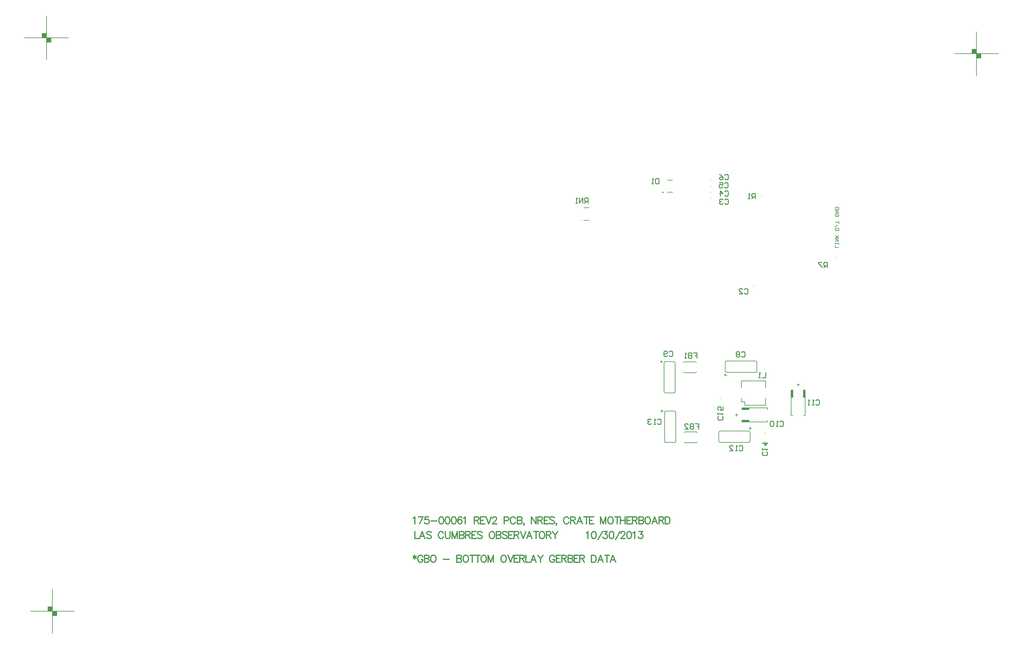
<source format=gbo>
%FSLAX23Y23*%
%MOIN*%
G70*
G01*
G75*
G04 Layer_Color=32896*
%ADD10R,0.050X0.050*%
%ADD11R,0.100X0.100*%
%ADD12R,0.039X0.059*%
%ADD13O,0.079X0.024*%
%ADD14R,0.036X0.036*%
%ADD15O,0.014X0.067*%
%ADD16R,0.050X0.050*%
%ADD17R,0.025X0.100*%
%ADD18R,0.057X0.012*%
%ADD19R,0.025X0.185*%
%ADD20C,0.050*%
%ADD21C,0.025*%
%ADD22C,0.010*%
%ADD23C,0.006*%
%ADD24C,0.012*%
%ADD25C,0.008*%
%ADD26C,0.012*%
%ADD27C,0.012*%
%ADD28C,0.166*%
%ADD29C,0.080*%
%ADD30R,0.063X0.063*%
%ADD31C,0.063*%
%ADD32C,0.120*%
%ADD33R,0.120X0.120*%
%ADD34C,0.079*%
%ADD35R,0.079X0.079*%
%ADD36R,0.115X0.115*%
%ADD37C,0.115*%
%ADD38C,0.059*%
%ADD39C,0.065*%
%ADD40C,0.100*%
%ADD41C,0.116*%
%ADD42C,0.059*%
%ADD43R,0.059X0.059*%
%ADD44C,0.039*%
%ADD45C,0.220*%
%ADD46C,0.157*%
%ADD47C,0.070*%
%ADD48C,0.050*%
%ADD49C,0.020*%
%ADD50C,0.040*%
%ADD51C,0.206*%
%ADD52C,0.092*%
%ADD53C,0.079*%
%ADD54C,0.118*%
G04:AMPARAMS|DCode=55|XSize=138mil|YSize=138mil|CornerRadius=0mil|HoleSize=0mil|Usage=FLASHONLY|Rotation=0.000|XOffset=0mil|YOffset=0mil|HoleType=Round|Shape=Relief|Width=10mil|Gap=10mil|Entries=4|*
%AMTHD55*
7,0,0,0.138,0.118,0.010,45*
%
%ADD55THD55*%
G04:AMPARAMS|DCode=56|XSize=107.244mil|YSize=107.244mil|CornerRadius=0mil|HoleSize=0mil|Usage=FLASHONLY|Rotation=0.000|XOffset=0mil|YOffset=0mil|HoleType=Round|Shape=Relief|Width=10mil|Gap=10mil|Entries=4|*
%AMTHD56*
7,0,0,0.107,0.087,0.010,45*
%
%ADD56THD56*%
%ADD57C,0.087*%
%ADD58C,0.190*%
G04:AMPARAMS|DCode=59|XSize=112mil|YSize=112mil|CornerRadius=0mil|HoleSize=0mil|Usage=FLASHONLY|Rotation=0.000|XOffset=0mil|YOffset=0mil|HoleType=Round|Shape=Relief|Width=10mil|Gap=10mil|Entries=4|*
%AMTHD59*
7,0,0,0.112,0.092,0.010,45*
%
%ADD59THD59*%
G04:AMPARAMS|DCode=60|XSize=100mil|YSize=100mil|CornerRadius=0mil|HoleSize=0mil|Usage=FLASHONLY|Rotation=0.000|XOffset=0mil|YOffset=0mil|HoleType=Round|Shape=Relief|Width=10mil|Gap=10mil|Entries=4|*
%AMTHD60*
7,0,0,0.100,0.080,0.010,45*
%
%ADD60THD60*%
G04:AMPARAMS|DCode=61|XSize=123mil|YSize=123mil|CornerRadius=0mil|HoleSize=0mil|Usage=FLASHONLY|Rotation=0.000|XOffset=0mil|YOffset=0mil|HoleType=Round|Shape=Relief|Width=10mil|Gap=10mil|Entries=4|*
%AMTHD61*
7,0,0,0.123,0.103,0.010,45*
%
%ADD61THD61*%
%ADD62C,0.168*%
%ADD63C,0.075*%
%ADD64C,0.080*%
%ADD65C,0.076*%
G04:AMPARAMS|DCode=66|XSize=96.221mil|YSize=96.221mil|CornerRadius=0mil|HoleSize=0mil|Usage=FLASHONLY|Rotation=0.000|XOffset=0mil|YOffset=0mil|HoleType=Round|Shape=Relief|Width=10mil|Gap=10mil|Entries=4|*
%AMTHD66*
7,0,0,0.096,0.076,0.010,45*
%
%ADD66THD66*%
G04:AMPARAMS|DCode=67|XSize=150.551mil|YSize=150.551mil|CornerRadius=0mil|HoleSize=0mil|Usage=FLASHONLY|Rotation=0.000|XOffset=0mil|YOffset=0mil|HoleType=Round|Shape=Relief|Width=10mil|Gap=10mil|Entries=4|*
%AMTHD67*
7,0,0,0.151,0.131,0.010,45*
%
%ADD67THD67*%
G04:AMPARAMS|DCode=68|XSize=91mil|YSize=91mil|CornerRadius=0mil|HoleSize=0mil|Usage=FLASHONLY|Rotation=0.000|XOffset=0mil|YOffset=0mil|HoleType=Round|Shape=Relief|Width=10mil|Gap=10mil|Entries=4|*
%AMTHD68*
7,0,0,0.091,0.071,0.010,45*
%
%ADD68THD68*%
%ADD69C,0.071*%
%ADD70C,0.068*%
G04:AMPARAMS|DCode=71|XSize=70mil|YSize=70mil|CornerRadius=0mil|HoleSize=0mil|Usage=FLASHONLY|Rotation=0.000|XOffset=0mil|YOffset=0mil|HoleType=Round|Shape=Relief|Width=10mil|Gap=10mil|Entries=4|*
%AMTHD71*
7,0,0,0.070,0.050,0.010,45*
%
%ADD71THD71*%
G04:AMPARAMS|DCode=72|XSize=88mil|YSize=88mil|CornerRadius=0mil|HoleSize=0mil|Usage=FLASHONLY|Rotation=0.000|XOffset=0mil|YOffset=0mil|HoleType=Round|Shape=Relief|Width=10mil|Gap=10mil|Entries=4|*
%AMTHD72*
7,0,0,0.088,0.068,0.010,45*
%
%ADD72THD72*%
%ADD73C,0.020*%
%ADD74C,0.103*%
%ADD75C,0.131*%
%ADD76C,0.005*%
%ADD77R,0.060X0.086*%
%ADD78R,0.100X0.100*%
%ADD79R,0.102X0.094*%
%ADD80R,0.059X0.087*%
%ADD81R,0.094X0.102*%
%ADD82R,0.045X0.017*%
%ADD83R,0.053X0.053*%
%ADD84R,0.053X0.035*%
%ADD85C,0.010*%
%ADD86C,0.010*%
%ADD87C,0.024*%
%ADD88C,0.007*%
%ADD89C,0.008*%
%ADD90C,0.007*%
%ADD91C,0.015*%
%ADD92R,0.194X0.245*%
%ADD93R,0.058X0.058*%
%ADD94R,0.108X0.108*%
%ADD95R,0.047X0.067*%
%ADD96O,0.087X0.032*%
%ADD97R,0.044X0.044*%
%ADD98O,0.022X0.075*%
%ADD99R,0.058X0.058*%
%ADD100R,0.033X0.108*%
%ADD101R,0.061X0.016*%
%ADD102R,0.033X0.193*%
%ADD103C,0.174*%
%ADD104C,0.088*%
%ADD105R,0.071X0.071*%
%ADD106C,0.071*%
%ADD107C,0.128*%
%ADD108R,0.128X0.128*%
%ADD109C,0.087*%
%ADD110R,0.087X0.087*%
%ADD111R,0.123X0.123*%
%ADD112C,0.123*%
%ADD113C,0.067*%
%ADD114C,0.073*%
%ADD115C,0.108*%
%ADD116C,0.124*%
%ADD117C,0.067*%
%ADD118R,0.067X0.067*%
%ADD119C,0.047*%
%ADD120C,0.228*%
%ADD121C,0.165*%
%ADD122C,0.063*%
%ADD123C,0.043*%
%ADD124R,0.043X0.043*%
%ADD125C,0.058*%
%ADD126R,2.050X0.450*%
%ADD127R,0.068X0.094*%
%ADD128R,0.108X0.108*%
%ADD129R,0.110X0.102*%
%ADD130R,0.067X0.095*%
%ADD131R,0.102X0.110*%
%ADD132R,0.053X0.025*%
%ADD133R,0.061X0.061*%
%ADD134R,0.061X0.043*%
%ADD135R,0.082X0.020*%
%ADD136R,0.020X0.082*%
D22*
X15382Y13190D02*
Y13250D01*
X15352D01*
X15342Y13240D01*
Y13220D01*
X15352Y13210D01*
X15382D01*
X15362D02*
X15342Y13190D01*
X15322D02*
Y13250D01*
X15282Y13190D01*
Y13250D01*
X15262Y13190D02*
X15242D01*
X15252D01*
Y13250D01*
X15262Y13240D01*
X17163Y12207D02*
X17173Y12217D01*
X17193D01*
X17203Y12207D01*
Y12167D01*
X17193Y12157D01*
X17173D01*
X17163Y12167D01*
X17103Y12157D02*
X17143D01*
X17103Y12197D01*
Y12207D01*
X17113Y12217D01*
X17133D01*
X17143Y12207D01*
X16938Y13225D02*
X16948Y13235D01*
X16968D01*
X16978Y13225D01*
Y13185D01*
X16968Y13175D01*
X16948D01*
X16938Y13185D01*
X16918Y13225D02*
X16908Y13235D01*
X16888D01*
X16878Y13225D01*
Y13215D01*
X16888Y13205D01*
X16898D01*
X16888D01*
X16878Y13195D01*
Y13185D01*
X16888Y13175D01*
X16908D01*
X16918Y13185D01*
X16938Y13318D02*
X16948Y13328D01*
X16968D01*
X16978Y13318D01*
Y13278D01*
X16968Y13268D01*
X16948D01*
X16938Y13278D01*
X16888Y13268D02*
Y13328D01*
X16918Y13298D01*
X16878D01*
X16935Y13412D02*
X16945Y13422D01*
X16965D01*
X16975Y13412D01*
Y13372D01*
X16965Y13362D01*
X16945D01*
X16935Y13372D01*
X16875Y13422D02*
X16915D01*
Y13392D01*
X16895Y13402D01*
X16885D01*
X16875Y13392D01*
Y13372D01*
X16885Y13362D01*
X16905D01*
X16915Y13372D01*
X16940Y13507D02*
X16950Y13517D01*
X16970D01*
X16980Y13507D01*
Y13467D01*
X16970Y13457D01*
X16950D01*
X16940Y13467D01*
X16880Y13517D02*
X16900Y13507D01*
X16920Y13487D01*
Y13467D01*
X16910Y13457D01*
X16890D01*
X16880Y13467D01*
Y13477D01*
X16890Y13487D01*
X16920D01*
X17128Y11490D02*
X17138Y11500D01*
X17158D01*
X17168Y11490D01*
Y11450D01*
X17158Y11440D01*
X17138D01*
X17128Y11450D01*
X17108Y11490D02*
X17098Y11500D01*
X17078D01*
X17068Y11490D01*
Y11480D01*
X17078Y11470D01*
X17068Y11460D01*
Y11450D01*
X17078Y11440D01*
X17098D01*
X17108Y11450D01*
Y11460D01*
X17098Y11470D01*
X17108Y11480D01*
Y11490D01*
X17098Y11470D02*
X17078D01*
X16306Y11495D02*
X16316Y11505D01*
X16336D01*
X16346Y11495D01*
Y11455D01*
X16336Y11445D01*
X16316D01*
X16306Y11455D01*
X16286D02*
X16276Y11445D01*
X16256D01*
X16246Y11455D01*
Y11495D01*
X16256Y11505D01*
X16276D01*
X16286Y11495D01*
Y11485D01*
X16276Y11475D01*
X16246D01*
X17567Y10700D02*
X17577Y10710D01*
X17597D01*
X17607Y10700D01*
Y10660D01*
X17597Y10650D01*
X17577D01*
X17567Y10660D01*
X17547Y10650D02*
X17527D01*
X17537D01*
Y10710D01*
X17547Y10700D01*
X17497D02*
X17487Y10710D01*
X17467D01*
X17457Y10700D01*
Y10660D01*
X17467Y10650D01*
X17487D01*
X17497Y10660D01*
Y10700D01*
X17975Y10944D02*
X17985Y10954D01*
X18005D01*
X18015Y10944D01*
Y10904D01*
X18005Y10894D01*
X17985D01*
X17975Y10904D01*
X17955Y10894D02*
X17935D01*
X17945D01*
Y10954D01*
X17955Y10944D01*
X17905Y10894D02*
X17885D01*
X17895D01*
Y10954D01*
X17905Y10944D01*
X17101Y10423D02*
X17111Y10433D01*
X17131D01*
X17141Y10423D01*
Y10383D01*
X17131Y10373D01*
X17111D01*
X17101Y10383D01*
X17081Y10373D02*
X17061D01*
X17071D01*
Y10433D01*
X17081Y10423D01*
X16991Y10373D02*
X17031D01*
X16991Y10413D01*
Y10423D01*
X17001Y10433D01*
X17021D01*
X17031Y10423D01*
X16171Y10723D02*
X16181Y10733D01*
X16201D01*
X16211Y10723D01*
Y10683D01*
X16201Y10673D01*
X16181D01*
X16171Y10683D01*
X16151Y10673D02*
X16131D01*
X16141D01*
Y10733D01*
X16151Y10723D01*
X16101D02*
X16091Y10733D01*
X16071D01*
X16061Y10723D01*
Y10713D01*
X16071Y10703D01*
X16081D01*
X16071D01*
X16061Y10693D01*
Y10683D01*
X16071Y10673D01*
X16091D01*
X16101Y10683D01*
X17416Y10360D02*
X17426Y10350D01*
Y10330D01*
X17416Y10320D01*
X17376D01*
X17366Y10330D01*
Y10350D01*
X17376Y10360D01*
X17366Y10380D02*
Y10400D01*
Y10390D01*
X17426D01*
X17416Y10380D01*
X17366Y10460D02*
X17426D01*
X17396Y10430D01*
Y10470D01*
X16908Y10764D02*
X16918Y10754D01*
Y10734D01*
X16908Y10724D01*
X16868D01*
X16858Y10734D01*
Y10754D01*
X16868Y10764D01*
X16858Y10784D02*
Y10804D01*
Y10794D01*
X16918D01*
X16908Y10784D01*
X16918Y10874D02*
Y10834D01*
X16888D01*
X16898Y10854D01*
Y10864D01*
X16888Y10874D01*
X16868D01*
X16858Y10864D01*
Y10844D01*
X16868Y10834D01*
X16190Y13468D02*
Y13408D01*
X16160D01*
X16150Y13418D01*
Y13458D01*
X16160Y13468D01*
X16190D01*
X16130Y13408D02*
X16110D01*
X16120D01*
Y13468D01*
X16130Y13458D01*
X16582Y11487D02*
X16622D01*
Y11457D01*
X16602D01*
X16622D01*
Y11427D01*
X16562Y11487D02*
Y11427D01*
X16532D01*
X16522Y11437D01*
Y11447D01*
X16532Y11457D01*
X16562D01*
X16532D01*
X16522Y11467D01*
Y11477D01*
X16532Y11487D01*
X16562D01*
X16502Y11427D02*
X16482D01*
X16492D01*
Y11487D01*
X16502Y11477D01*
X16601Y10681D02*
X16641D01*
Y10651D01*
X16621D01*
X16641D01*
Y10621D01*
X16581Y10681D02*
Y10621D01*
X16551D01*
X16541Y10631D01*
Y10641D01*
X16551Y10651D01*
X16581D01*
X16551D01*
X16541Y10661D01*
Y10671D01*
X16551Y10681D01*
X16581D01*
X16481Y10621D02*
X16521D01*
X16481Y10661D01*
Y10671D01*
X16491Y10681D01*
X16511D01*
X16521Y10671D01*
X17407Y11264D02*
Y11204D01*
X17367D01*
X17347D02*
X17327D01*
X17337D01*
Y11264D01*
X17347Y11254D01*
X17285Y13238D02*
Y13298D01*
X17255D01*
X17245Y13288D01*
Y13268D01*
X17255Y13258D01*
X17285D01*
X17265D02*
X17245Y13238D01*
X17225D02*
X17205D01*
X17215D01*
Y13298D01*
X17225Y13288D01*
X18107Y12455D02*
Y12515D01*
X18077D01*
X18067Y12505D01*
Y12485D01*
X18077Y12475D01*
X18107D01*
X18087D02*
X18067Y12455D01*
X18047Y12515D02*
X18007D01*
Y12505D01*
X18047Y12465D01*
Y12455D01*
D24*
X13410Y9183D02*
Y9137D01*
X13391Y9172D02*
X13429Y9149D01*
Y9172D02*
X13391Y9149D01*
X13503Y9164D02*
X13499Y9172D01*
X13491Y9179D01*
X13484Y9183D01*
X13468D01*
X13461Y9179D01*
X13453Y9172D01*
X13449Y9164D01*
X13445Y9153D01*
Y9133D01*
X13449Y9122D01*
X13453Y9114D01*
X13461Y9107D01*
X13468Y9103D01*
X13484D01*
X13491Y9107D01*
X13499Y9114D01*
X13503Y9122D01*
Y9133D01*
X13484D02*
X13503D01*
X13521Y9183D02*
Y9103D01*
Y9183D02*
X13555D01*
X13567Y9179D01*
X13570Y9175D01*
X13574Y9168D01*
Y9160D01*
X13570Y9153D01*
X13567Y9149D01*
X13555Y9145D01*
X13521D02*
X13555D01*
X13567Y9141D01*
X13570Y9137D01*
X13574Y9130D01*
Y9118D01*
X13570Y9111D01*
X13567Y9107D01*
X13555Y9103D01*
X13521D01*
X13615Y9183D02*
X13607Y9179D01*
X13600Y9172D01*
X13596Y9164D01*
X13592Y9153D01*
Y9133D01*
X13596Y9122D01*
X13600Y9114D01*
X13607Y9107D01*
X13615Y9103D01*
X13630D01*
X13638Y9107D01*
X13645Y9114D01*
X13649Y9122D01*
X13653Y9133D01*
Y9153D01*
X13649Y9164D01*
X13645Y9172D01*
X13638Y9179D01*
X13630Y9183D01*
X13615D01*
X13735Y9137D02*
X13803D01*
X13890Y9183D02*
Y9103D01*
Y9183D02*
X13924D01*
X13935Y9179D01*
X13939Y9175D01*
X13943Y9168D01*
Y9160D01*
X13939Y9153D01*
X13935Y9149D01*
X13924Y9145D01*
X13890D02*
X13924D01*
X13935Y9141D01*
X13939Y9137D01*
X13943Y9130D01*
Y9118D01*
X13939Y9111D01*
X13935Y9107D01*
X13924Y9103D01*
X13890D01*
X13984Y9183D02*
X13976Y9179D01*
X13968Y9172D01*
X13965Y9164D01*
X13961Y9153D01*
Y9133D01*
X13965Y9122D01*
X13968Y9114D01*
X13976Y9107D01*
X13984Y9103D01*
X13999D01*
X14006Y9107D01*
X14014Y9114D01*
X14018Y9122D01*
X14022Y9133D01*
Y9153D01*
X14018Y9164D01*
X14014Y9172D01*
X14006Y9179D01*
X13999Y9183D01*
X13984D01*
X14067D02*
Y9103D01*
X14040Y9183D02*
X14094D01*
X14130D02*
Y9103D01*
X14103Y9183D02*
X14157D01*
X14189D02*
X14181Y9179D01*
X14174Y9172D01*
X14170Y9164D01*
X14166Y9153D01*
Y9133D01*
X14170Y9122D01*
X14174Y9114D01*
X14181Y9107D01*
X14189Y9103D01*
X14204D01*
X14212Y9107D01*
X14219Y9114D01*
X14223Y9122D01*
X14227Y9133D01*
Y9153D01*
X14223Y9164D01*
X14219Y9172D01*
X14212Y9179D01*
X14204Y9183D01*
X14189D01*
X14246D02*
Y9103D01*
Y9183D02*
X14276Y9103D01*
X14307Y9183D02*
X14276Y9103D01*
X14307Y9183D02*
Y9103D01*
X14415Y9183D02*
X14408Y9179D01*
X14400Y9172D01*
X14396Y9164D01*
X14392Y9153D01*
Y9133D01*
X14396Y9122D01*
X14400Y9114D01*
X14408Y9107D01*
X14415Y9103D01*
X14430D01*
X14438Y9107D01*
X14446Y9114D01*
X14449Y9122D01*
X14453Y9133D01*
Y9153D01*
X14449Y9164D01*
X14446Y9172D01*
X14438Y9179D01*
X14430Y9183D01*
X14415D01*
X14472D02*
X14502Y9103D01*
X14533Y9183D02*
X14502Y9103D01*
X14593Y9183D02*
X14543D01*
Y9103D01*
X14593D01*
X14543Y9145D02*
X14574D01*
X14606Y9183D02*
Y9103D01*
Y9183D02*
X14640D01*
X14652Y9179D01*
X14655Y9175D01*
X14659Y9168D01*
Y9160D01*
X14655Y9153D01*
X14652Y9149D01*
X14640Y9145D01*
X14606D01*
X14633D02*
X14659Y9103D01*
X14677Y9183D02*
Y9103D01*
X14723D01*
X14793D02*
X14762Y9183D01*
X14732Y9103D01*
X14743Y9130D02*
X14781D01*
X14811Y9183D02*
X14842Y9145D01*
Y9103D01*
X14872Y9183D02*
X14842Y9145D01*
X15002Y9164D02*
X14999Y9172D01*
X14991Y9179D01*
X14983Y9183D01*
X14968D01*
X14961Y9179D01*
X14953Y9172D01*
X14949Y9164D01*
X14945Y9153D01*
Y9133D01*
X14949Y9122D01*
X14953Y9114D01*
X14961Y9107D01*
X14968Y9103D01*
X14983D01*
X14991Y9107D01*
X14999Y9114D01*
X15002Y9122D01*
Y9133D01*
X14983D02*
X15002D01*
X15070Y9183D02*
X15021D01*
Y9103D01*
X15070D01*
X15021Y9145D02*
X15051D01*
X15084Y9183D02*
Y9103D01*
Y9183D02*
X15118D01*
X15129Y9179D01*
X15133Y9175D01*
X15137Y9168D01*
Y9160D01*
X15133Y9153D01*
X15129Y9149D01*
X15118Y9145D01*
X15084D01*
X15110D02*
X15137Y9103D01*
X15155Y9183D02*
Y9103D01*
Y9183D02*
X15189D01*
X15201Y9179D01*
X15204Y9175D01*
X15208Y9168D01*
Y9160D01*
X15204Y9153D01*
X15201Y9149D01*
X15189Y9145D01*
X15155D02*
X15189D01*
X15201Y9141D01*
X15204Y9137D01*
X15208Y9130D01*
Y9118D01*
X15204Y9111D01*
X15201Y9107D01*
X15189Y9103D01*
X15155D01*
X15276Y9183D02*
X15226D01*
Y9103D01*
X15276D01*
X15226Y9145D02*
X15257D01*
X15289Y9183D02*
Y9103D01*
Y9183D02*
X15323D01*
X15335Y9179D01*
X15338Y9175D01*
X15342Y9168D01*
Y9160D01*
X15338Y9153D01*
X15335Y9149D01*
X15323Y9145D01*
X15289D01*
X15316D02*
X15342Y9103D01*
X15423Y9183D02*
Y9103D01*
Y9183D02*
X15450D01*
X15461Y9179D01*
X15469Y9172D01*
X15472Y9164D01*
X15476Y9153D01*
Y9133D01*
X15472Y9122D01*
X15469Y9114D01*
X15461Y9107D01*
X15450Y9103D01*
X15423D01*
X15555D02*
X15525Y9183D01*
X15494Y9103D01*
X15506Y9130D02*
X15544D01*
X15600Y9183D02*
Y9103D01*
X15574Y9183D02*
X15627D01*
X15698Y9103D02*
X15667Y9183D01*
X15637Y9103D01*
X15648Y9130D02*
X15686D01*
D25*
X16269Y10823D02*
X16260Y10818D01*
X16255Y10809D01*
X16383D02*
X16379Y10818D01*
X16369Y10823D01*
Y10465D02*
X16379Y10469D01*
X16383Y10479D01*
X16255D02*
X16260Y10469D01*
X16269Y10465D01*
X16263Y11385D02*
X16254Y11381D01*
X16249Y11372D01*
X16377D02*
X16373Y11381D01*
X16363Y11385D01*
Y11028D02*
X16373Y11032D01*
X16377Y11042D01*
X16249D02*
X16254Y11032D01*
X16263Y11028D01*
X17229Y10582D02*
X17225Y10591D01*
X17215Y10595D01*
Y10467D02*
X17225Y10472D01*
X17229Y10481D01*
X16871D02*
X16876Y10472D01*
X16885Y10467D01*
Y10595D02*
X16876Y10591D01*
X16871Y10582D01*
X16947Y11278D02*
X16952Y11269D01*
X16961Y11264D01*
Y11392D02*
X16952Y11388D01*
X16947Y11378D01*
X17305D02*
X17301Y11388D01*
X17291Y11392D01*
Y11264D02*
X17301Y11269D01*
X17305Y11278D01*
X16383Y10479D02*
Y10809D01*
X16255Y10479D02*
Y10809D01*
X16269Y10823D02*
X16369D01*
X16269Y10465D02*
X16369D01*
X16377Y11042D02*
Y11372D01*
X16249Y11042D02*
Y11372D01*
X16263Y11385D02*
X16363D01*
X16263Y11028D02*
X16363D01*
X16885Y10467D02*
X17215D01*
X16885Y10595D02*
X17215D01*
X17229Y10481D02*
Y10582D01*
X16871Y10481D02*
Y10582D01*
X16961Y11392D02*
X17291D01*
X16961Y11264D02*
X17291D01*
X16947Y11278D02*
Y11378D01*
X17305Y11278D02*
Y11378D01*
X17134Y10861D02*
X17424D01*
X17134Y10700D02*
X17424D01*
X17134Y10840D02*
X17216D01*
X17134Y10720D02*
X17216D01*
X17424Y10840D02*
Y10861D01*
X17134Y10840D02*
Y10861D01*
Y10700D02*
Y10720D01*
X17424Y10700D02*
Y10720D01*
X17216Y10840D02*
Y10861D01*
Y10700D02*
Y10720D01*
X17856Y10773D02*
Y11062D01*
X17696Y10773D02*
Y11062D01*
X17836Y10981D02*
Y11062D01*
X17716Y10981D02*
Y11062D01*
X17836Y10773D02*
X17856D01*
X17836Y11062D02*
X17856D01*
X17696D02*
X17716D01*
X17696Y10773D02*
X17716D01*
X17836Y10981D02*
X17856D01*
X17696D02*
X17716D01*
X18239Y12683D02*
X18199D01*
Y12710D01*
X18239Y12723D02*
Y12737D01*
Y12730D01*
X18199D01*
Y12723D01*
Y12737D01*
Y12757D02*
X18239D01*
X18199Y12783D01*
X18239D01*
Y12797D02*
X18199D01*
X18212D01*
X18239Y12823D01*
X18219Y12803D01*
X18199Y12823D01*
X18239Y12877D02*
X18199D01*
Y12897D01*
X18206Y12903D01*
X18232D01*
X18239Y12897D01*
Y12877D01*
X18199Y12917D02*
X18226Y12943D01*
X18239Y12957D02*
Y12983D01*
Y12970D01*
X18199D01*
X18232Y13063D02*
X18239Y13057D01*
Y13043D01*
X18232Y13037D01*
X18206D01*
X18199Y13043D01*
Y13057D01*
X18206Y13063D01*
X18219D01*
Y13050D01*
X18199Y13077D02*
X18239D01*
X18199Y13103D01*
X18239D01*
Y13117D02*
X18199D01*
Y13137D01*
X18206Y13143D01*
X18232D01*
X18239Y13137D01*
Y13117D01*
X9306Y8521D02*
X9316D01*
Y8516D02*
Y8526D01*
X9306D02*
X9316D01*
X9306Y8516D02*
Y8526D01*
Y8516D02*
X9316D01*
X9321D02*
Y8531D01*
X9301D02*
X9321D01*
X9301Y8511D02*
Y8531D01*
Y8511D02*
X9321D01*
X9326D02*
Y8536D01*
X9296D02*
X9326D01*
X9296Y8506D02*
Y8536D01*
Y8506D02*
X9326D01*
X9331Y8501D02*
Y8541D01*
X9291D02*
X9331D01*
X9291Y8501D02*
Y8541D01*
Y8501D02*
X9331D01*
X9256Y8571D02*
X9266D01*
Y8566D02*
Y8576D01*
X9256D02*
X9266D01*
X9256Y8566D02*
Y8576D01*
Y8566D02*
X9266D01*
X9271D02*
Y8581D01*
X9251D02*
X9271D01*
X9251Y8561D02*
Y8581D01*
Y8561D02*
X9271D01*
X9276D02*
Y8586D01*
X9246D02*
X9276D01*
X9246Y8556D02*
Y8586D01*
Y8556D02*
X9276D01*
X9281Y8551D02*
Y8591D01*
X9241D02*
X9281D01*
X9241Y8551D02*
Y8591D01*
Y8551D02*
X9281D01*
X9236Y8596D02*
X9286D01*
X9236Y8546D02*
Y8596D01*
X9286Y8496D02*
X9336D01*
Y8546D01*
X9286Y8296D02*
Y8796D01*
X9036Y8546D02*
X9536D01*
X9240Y15045D02*
X9250D01*
Y15040D02*
Y15050D01*
X9240D02*
X9250D01*
X9240Y15040D02*
Y15050D01*
Y15040D02*
X9250D01*
X9255D02*
Y15055D01*
X9235D02*
X9255D01*
X9235Y15035D02*
Y15055D01*
Y15035D02*
X9255D01*
X9260D02*
Y15060D01*
X9230D02*
X9260D01*
X9230Y15030D02*
Y15060D01*
Y15030D02*
X9260D01*
X9265Y15025D02*
Y15065D01*
X9225D02*
X9265D01*
X9225Y15025D02*
Y15065D01*
Y15025D02*
X9265D01*
X9190Y15095D02*
X9200D01*
Y15090D02*
Y15100D01*
X9190D02*
X9200D01*
X9190Y15090D02*
Y15100D01*
Y15090D02*
X9200D01*
X9205D02*
Y15105D01*
X9185D02*
X9205D01*
X9185Y15085D02*
Y15105D01*
Y15085D02*
X9205D01*
X9210D02*
Y15110D01*
X9180D02*
X9210D01*
X9180Y15080D02*
Y15110D01*
Y15080D02*
X9210D01*
X9215Y15075D02*
Y15115D01*
X9175D02*
X9215D01*
X9175Y15075D02*
Y15115D01*
Y15075D02*
X9215D01*
X9170Y15120D02*
X9220D01*
X9170Y15070D02*
Y15120D01*
X9220Y15020D02*
X9270D01*
Y15070D01*
X9220Y14820D02*
Y15320D01*
X8970Y15070D02*
X9470D01*
X19824Y14865D02*
X19834D01*
Y14860D02*
Y14870D01*
X19824D02*
X19834D01*
X19824Y14860D02*
Y14870D01*
Y14860D02*
X19834D01*
X19839D02*
Y14875D01*
X19819D02*
X19839D01*
X19819Y14855D02*
Y14875D01*
Y14855D02*
X19839D01*
X19844D02*
Y14880D01*
X19814D02*
X19844D01*
X19814Y14850D02*
Y14880D01*
Y14850D02*
X19844D01*
X19849Y14845D02*
Y14885D01*
X19809D02*
X19849D01*
X19809Y14845D02*
Y14885D01*
Y14845D02*
X19849D01*
X19774Y14915D02*
X19784D01*
Y14910D02*
Y14920D01*
X19774D02*
X19784D01*
X19774Y14910D02*
Y14920D01*
Y14910D02*
X19784D01*
X19789D02*
Y14925D01*
X19769D02*
X19789D01*
X19769Y14905D02*
Y14925D01*
Y14905D02*
X19789D01*
X19794D02*
Y14930D01*
X19764D02*
X19794D01*
X19764Y14900D02*
Y14930D01*
Y14900D02*
X19794D01*
X19799Y14895D02*
Y14935D01*
X19759D02*
X19799D01*
X19759Y14895D02*
Y14935D01*
Y14895D02*
X19799D01*
X19754Y14940D02*
X19804D01*
X19754Y14890D02*
Y14940D01*
X19804Y14840D02*
X19854D01*
Y14890D01*
X19804Y14640D02*
Y15140D01*
X19554Y14890D02*
X20054D01*
D26*
X13393Y9604D02*
X13401Y9608D01*
X13412Y9619D01*
Y9539D01*
X13505Y9619D02*
X13467Y9539D01*
X13452Y9619D02*
X13505D01*
X13568D02*
X13530D01*
X13527Y9585D01*
X13530Y9589D01*
X13542Y9593D01*
X13553D01*
X13565Y9589D01*
X13572Y9581D01*
X13576Y9570D01*
Y9562D01*
X13572Y9551D01*
X13565Y9543D01*
X13553Y9539D01*
X13542D01*
X13530Y9543D01*
X13527Y9547D01*
X13523Y9555D01*
X13594Y9574D02*
X13663D01*
X13709Y9619D02*
X13698Y9616D01*
X13690Y9604D01*
X13686Y9585D01*
Y9574D01*
X13690Y9555D01*
X13698Y9543D01*
X13709Y9539D01*
X13717D01*
X13728Y9543D01*
X13736Y9555D01*
X13739Y9574D01*
Y9585D01*
X13736Y9604D01*
X13728Y9616D01*
X13717Y9619D01*
X13709D01*
X13780D02*
X13769Y9616D01*
X13761Y9604D01*
X13757Y9585D01*
Y9574D01*
X13761Y9555D01*
X13769Y9543D01*
X13780Y9539D01*
X13788D01*
X13799Y9543D01*
X13807Y9555D01*
X13811Y9574D01*
Y9585D01*
X13807Y9604D01*
X13799Y9616D01*
X13788Y9619D01*
X13780D01*
X13851D02*
X13840Y9616D01*
X13832Y9604D01*
X13829Y9585D01*
Y9574D01*
X13832Y9555D01*
X13840Y9543D01*
X13851Y9539D01*
X13859D01*
X13871Y9543D01*
X13878Y9555D01*
X13882Y9574D01*
Y9585D01*
X13878Y9604D01*
X13871Y9616D01*
X13859Y9619D01*
X13851D01*
X13946Y9608D02*
X13942Y9616D01*
X13930Y9619D01*
X13923D01*
X13911Y9616D01*
X13904Y9604D01*
X13900Y9585D01*
Y9566D01*
X13904Y9551D01*
X13911Y9543D01*
X13923Y9539D01*
X13926D01*
X13938Y9543D01*
X13946Y9551D01*
X13949Y9562D01*
Y9566D01*
X13946Y9577D01*
X13938Y9585D01*
X13926Y9589D01*
X13923D01*
X13911Y9585D01*
X13904Y9577D01*
X13900Y9566D01*
X13967Y9604D02*
X13974Y9608D01*
X13986Y9619D01*
Y9539D01*
X14088Y9619D02*
Y9539D01*
Y9619D02*
X14123D01*
X14134Y9616D01*
X14138Y9612D01*
X14142Y9604D01*
Y9596D01*
X14138Y9589D01*
X14134Y9585D01*
X14123Y9581D01*
X14088D01*
X14115D02*
X14142Y9539D01*
X14209Y9619D02*
X14160D01*
Y9539D01*
X14209D01*
X14160Y9581D02*
X14190D01*
X14222Y9619D02*
X14253Y9539D01*
X14283Y9619D02*
X14253Y9539D01*
X14297Y9600D02*
Y9604D01*
X14301Y9612D01*
X14305Y9616D01*
X14313Y9619D01*
X14328D01*
X14336Y9616D01*
X14339Y9612D01*
X14343Y9604D01*
Y9596D01*
X14339Y9589D01*
X14332Y9577D01*
X14294Y9539D01*
X14347D01*
X14428Y9577D02*
X14462D01*
X14473Y9581D01*
X14477Y9585D01*
X14481Y9593D01*
Y9604D01*
X14477Y9612D01*
X14473Y9616D01*
X14462Y9619D01*
X14428D01*
Y9539D01*
X14556Y9600D02*
X14552Y9608D01*
X14545Y9616D01*
X14537Y9619D01*
X14522D01*
X14514Y9616D01*
X14507Y9608D01*
X14503Y9600D01*
X14499Y9589D01*
Y9570D01*
X14503Y9558D01*
X14507Y9551D01*
X14514Y9543D01*
X14522Y9539D01*
X14537D01*
X14545Y9543D01*
X14552Y9551D01*
X14556Y9558D01*
X14579Y9619D02*
Y9539D01*
Y9619D02*
X14613D01*
X14624Y9616D01*
X14628Y9612D01*
X14632Y9604D01*
Y9596D01*
X14628Y9589D01*
X14624Y9585D01*
X14613Y9581D01*
X14579D02*
X14613D01*
X14624Y9577D01*
X14628Y9574D01*
X14632Y9566D01*
Y9555D01*
X14628Y9547D01*
X14624Y9543D01*
X14613Y9539D01*
X14579D01*
X14657Y9543D02*
X14654Y9539D01*
X14650Y9543D01*
X14654Y9547D01*
X14657Y9543D01*
Y9536D01*
X14654Y9528D01*
X14650Y9524D01*
X14738Y9619D02*
Y9539D01*
Y9619D02*
X14791Y9539D01*
Y9619D02*
Y9539D01*
X14813Y9619D02*
Y9539D01*
Y9619D02*
X14847D01*
X14859Y9616D01*
X14863Y9612D01*
X14866Y9604D01*
Y9596D01*
X14863Y9589D01*
X14859Y9585D01*
X14847Y9581D01*
X14813D01*
X14840D02*
X14866Y9539D01*
X14934Y9619D02*
X14884D01*
Y9539D01*
X14934D01*
X14884Y9581D02*
X14915D01*
X15001Y9608D02*
X14993Y9616D01*
X14982Y9619D01*
X14966D01*
X14955Y9616D01*
X14947Y9608D01*
Y9600D01*
X14951Y9593D01*
X14955Y9589D01*
X14962Y9585D01*
X14985Y9577D01*
X14993Y9574D01*
X14997Y9570D01*
X15001Y9562D01*
Y9551D01*
X14993Y9543D01*
X14982Y9539D01*
X14966D01*
X14955Y9543D01*
X14947Y9551D01*
X15026Y9543D02*
X15022Y9539D01*
X15018Y9543D01*
X15022Y9547D01*
X15026Y9543D01*
Y9536D01*
X15022Y9528D01*
X15018Y9524D01*
X15164Y9600D02*
X15160Y9608D01*
X15152Y9616D01*
X15145Y9619D01*
X15129D01*
X15122Y9616D01*
X15114Y9608D01*
X15110Y9600D01*
X15106Y9589D01*
Y9570D01*
X15110Y9558D01*
X15114Y9551D01*
X15122Y9543D01*
X15129Y9539D01*
X15145D01*
X15152Y9543D01*
X15160Y9551D01*
X15164Y9558D01*
X15186Y9619D02*
Y9539D01*
Y9619D02*
X15220D01*
X15232Y9616D01*
X15236Y9612D01*
X15239Y9604D01*
Y9596D01*
X15236Y9589D01*
X15232Y9585D01*
X15220Y9581D01*
X15186D01*
X15213D02*
X15239Y9539D01*
X15318D02*
X15288Y9619D01*
X15257Y9539D01*
X15269Y9566D02*
X15307D01*
X15364Y9619D02*
Y9539D01*
X15337Y9619D02*
X15390D01*
X15449D02*
X15400D01*
Y9539D01*
X15449D01*
X15400Y9581D02*
X15430D01*
X15525Y9619D02*
Y9539D01*
Y9619D02*
X15556Y9539D01*
X15586Y9619D02*
X15556Y9539D01*
X15586Y9619D02*
Y9539D01*
X15632Y9619D02*
X15624Y9616D01*
X15617Y9608D01*
X15613Y9600D01*
X15609Y9589D01*
Y9570D01*
X15613Y9558D01*
X15617Y9551D01*
X15624Y9543D01*
X15632Y9539D01*
X15647D01*
X15655Y9543D01*
X15662Y9551D01*
X15666Y9558D01*
X15670Y9570D01*
Y9589D01*
X15666Y9600D01*
X15662Y9608D01*
X15655Y9616D01*
X15647Y9619D01*
X15632D01*
X15715D02*
Y9539D01*
X15689Y9619D02*
X15742D01*
X15752D02*
Y9539D01*
X15805Y9619D02*
Y9539D01*
X15752Y9581D02*
X15805D01*
X15877Y9619D02*
X15827D01*
Y9539D01*
X15877D01*
X15827Y9581D02*
X15858D01*
X15890Y9619D02*
Y9539D01*
Y9619D02*
X15924D01*
X15936Y9616D01*
X15939Y9612D01*
X15943Y9604D01*
Y9596D01*
X15939Y9589D01*
X15936Y9585D01*
X15924Y9581D01*
X15890D01*
X15917D02*
X15943Y9539D01*
X15961Y9619D02*
Y9539D01*
Y9619D02*
X15995D01*
X16007Y9616D01*
X16011Y9612D01*
X16014Y9604D01*
Y9596D01*
X16011Y9589D01*
X16007Y9585D01*
X15995Y9581D01*
X15961D02*
X15995D01*
X16007Y9577D01*
X16011Y9574D01*
X16014Y9566D01*
Y9555D01*
X16011Y9547D01*
X16007Y9543D01*
X15995Y9539D01*
X15961D01*
X16055Y9619D02*
X16048Y9616D01*
X16040Y9608D01*
X16036Y9600D01*
X16032Y9589D01*
Y9570D01*
X16036Y9558D01*
X16040Y9551D01*
X16048Y9543D01*
X16055Y9539D01*
X16070D01*
X16078Y9543D01*
X16086Y9551D01*
X16089Y9558D01*
X16093Y9570D01*
Y9589D01*
X16089Y9600D01*
X16086Y9608D01*
X16078Y9616D01*
X16070Y9619D01*
X16055D01*
X16173Y9539D02*
X16142Y9619D01*
X16112Y9539D01*
X16123Y9566D02*
X16161D01*
X16192Y9619D02*
Y9539D01*
Y9619D02*
X16226D01*
X16237Y9616D01*
X16241Y9612D01*
X16245Y9604D01*
Y9596D01*
X16241Y9589D01*
X16237Y9585D01*
X16226Y9581D01*
X16192D01*
X16218D02*
X16245Y9539D01*
X16263Y9619D02*
Y9539D01*
Y9619D02*
X16289D01*
X16301Y9616D01*
X16308Y9608D01*
X16312Y9600D01*
X16316Y9589D01*
Y9570D01*
X16312Y9558D01*
X16308Y9551D01*
X16301Y9543D01*
X16289Y9539D01*
X16263D01*
D27*
X13412Y9453D02*
Y9373D01*
X13458D01*
X13527D02*
X13497Y9453D01*
X13466Y9373D01*
X13478Y9399D02*
X13516D01*
X13599Y9441D02*
X13592Y9449D01*
X13580Y9453D01*
X13565D01*
X13554Y9449D01*
X13546Y9441D01*
Y9434D01*
X13550Y9426D01*
X13554Y9422D01*
X13561Y9418D01*
X13584Y9411D01*
X13592Y9407D01*
X13596Y9403D01*
X13599Y9395D01*
Y9384D01*
X13592Y9376D01*
X13580Y9373D01*
X13565D01*
X13554Y9376D01*
X13546Y9384D01*
X13737Y9434D02*
X13733Y9441D01*
X13726Y9449D01*
X13718Y9453D01*
X13703D01*
X13695Y9449D01*
X13688Y9441D01*
X13684Y9434D01*
X13680Y9422D01*
Y9403D01*
X13684Y9392D01*
X13688Y9384D01*
X13695Y9376D01*
X13703Y9373D01*
X13718D01*
X13726Y9376D01*
X13733Y9384D01*
X13737Y9392D01*
X13760Y9453D02*
Y9395D01*
X13764Y9384D01*
X13771Y9376D01*
X13783Y9373D01*
X13790D01*
X13802Y9376D01*
X13809Y9384D01*
X13813Y9395D01*
Y9453D01*
X13835D02*
Y9373D01*
Y9453D02*
X13866Y9373D01*
X13896Y9453D02*
X13866Y9373D01*
X13896Y9453D02*
Y9373D01*
X13919Y9453D02*
Y9373D01*
Y9453D02*
X13953D01*
X13965Y9449D01*
X13968Y9445D01*
X13972Y9437D01*
Y9430D01*
X13968Y9422D01*
X13965Y9418D01*
X13953Y9414D01*
X13919D02*
X13953D01*
X13965Y9411D01*
X13968Y9407D01*
X13972Y9399D01*
Y9388D01*
X13968Y9380D01*
X13965Y9376D01*
X13953Y9373D01*
X13919D01*
X13990Y9453D02*
Y9373D01*
Y9453D02*
X14024D01*
X14036Y9449D01*
X14040Y9445D01*
X14044Y9437D01*
Y9430D01*
X14040Y9422D01*
X14036Y9418D01*
X14024Y9414D01*
X13990D01*
X14017D02*
X14044Y9373D01*
X14111Y9453D02*
X14061D01*
Y9373D01*
X14111D01*
X14061Y9414D02*
X14092D01*
X14178Y9441D02*
X14170Y9449D01*
X14159Y9453D01*
X14143D01*
X14132Y9449D01*
X14124Y9441D01*
Y9434D01*
X14128Y9426D01*
X14132Y9422D01*
X14139Y9418D01*
X14162Y9411D01*
X14170Y9407D01*
X14174Y9403D01*
X14178Y9395D01*
Y9384D01*
X14170Y9376D01*
X14159Y9373D01*
X14143D01*
X14132Y9376D01*
X14124Y9384D01*
X14281Y9453D02*
X14274Y9449D01*
X14266Y9441D01*
X14262Y9434D01*
X14258Y9422D01*
Y9403D01*
X14262Y9392D01*
X14266Y9384D01*
X14274Y9376D01*
X14281Y9373D01*
X14296D01*
X14304Y9376D01*
X14312Y9384D01*
X14315Y9392D01*
X14319Y9403D01*
Y9422D01*
X14315Y9434D01*
X14312Y9441D01*
X14304Y9449D01*
X14296Y9453D01*
X14281D01*
X14338D02*
Y9373D01*
Y9453D02*
X14372D01*
X14384Y9449D01*
X14387Y9445D01*
X14391Y9437D01*
Y9430D01*
X14387Y9422D01*
X14384Y9418D01*
X14372Y9414D01*
X14338D02*
X14372D01*
X14384Y9411D01*
X14387Y9407D01*
X14391Y9399D01*
Y9388D01*
X14387Y9380D01*
X14384Y9376D01*
X14372Y9373D01*
X14338D01*
X14462Y9441D02*
X14455Y9449D01*
X14443Y9453D01*
X14428D01*
X14417Y9449D01*
X14409Y9441D01*
Y9434D01*
X14413Y9426D01*
X14417Y9422D01*
X14424Y9418D01*
X14447Y9411D01*
X14455Y9407D01*
X14459Y9403D01*
X14462Y9395D01*
Y9384D01*
X14455Y9376D01*
X14443Y9373D01*
X14428D01*
X14417Y9376D01*
X14409Y9384D01*
X14530Y9453D02*
X14480D01*
Y9373D01*
X14530D01*
X14480Y9414D02*
X14511D01*
X14543Y9453D02*
Y9373D01*
Y9453D02*
X14577D01*
X14589Y9449D01*
X14593Y9445D01*
X14597Y9437D01*
Y9430D01*
X14593Y9422D01*
X14589Y9418D01*
X14577Y9414D01*
X14543D01*
X14570D02*
X14597Y9373D01*
X14614Y9453D02*
X14645Y9373D01*
X14675Y9453D02*
X14645Y9373D01*
X14747D02*
X14716Y9453D01*
X14686Y9373D01*
X14697Y9399D02*
X14735D01*
X14792Y9453D02*
Y9373D01*
X14765Y9453D02*
X14819D01*
X14851D02*
X14843Y9449D01*
X14836Y9441D01*
X14832Y9434D01*
X14828Y9422D01*
Y9403D01*
X14832Y9392D01*
X14836Y9384D01*
X14843Y9376D01*
X14851Y9373D01*
X14866D01*
X14874Y9376D01*
X14881Y9384D01*
X14885Y9392D01*
X14889Y9403D01*
Y9422D01*
X14885Y9434D01*
X14881Y9441D01*
X14874Y9449D01*
X14866Y9453D01*
X14851D01*
X14908D02*
Y9373D01*
Y9453D02*
X14942D01*
X14953Y9449D01*
X14957Y9445D01*
X14961Y9437D01*
Y9430D01*
X14957Y9422D01*
X14953Y9418D01*
X14942Y9414D01*
X14908D01*
X14934D02*
X14961Y9373D01*
X14979Y9453D02*
X15009Y9414D01*
Y9373D01*
X15040Y9453D02*
X15009Y9414D01*
X15364Y9437D02*
X15372Y9441D01*
X15383Y9453D01*
Y9373D01*
X15446Y9453D02*
X15434Y9449D01*
X15427Y9437D01*
X15423Y9418D01*
Y9407D01*
X15427Y9388D01*
X15434Y9376D01*
X15446Y9373D01*
X15453D01*
X15465Y9376D01*
X15473Y9388D01*
X15476Y9407D01*
Y9418D01*
X15473Y9437D01*
X15465Y9449D01*
X15453Y9453D01*
X15446D01*
X15494Y9361D02*
X15548Y9453D01*
X15561D02*
X15602D01*
X15580Y9422D01*
X15591D01*
X15599Y9418D01*
X15602Y9414D01*
X15606Y9403D01*
Y9395D01*
X15602Y9384D01*
X15595Y9376D01*
X15583Y9373D01*
X15572D01*
X15561Y9376D01*
X15557Y9380D01*
X15553Y9388D01*
X15647Y9453D02*
X15636Y9449D01*
X15628Y9437D01*
X15624Y9418D01*
Y9407D01*
X15628Y9388D01*
X15636Y9376D01*
X15647Y9373D01*
X15655D01*
X15666Y9376D01*
X15674Y9388D01*
X15677Y9407D01*
Y9418D01*
X15674Y9437D01*
X15666Y9449D01*
X15655Y9453D01*
X15647D01*
X15695Y9361D02*
X15749Y9453D01*
X15758Y9434D02*
Y9437D01*
X15762Y9445D01*
X15765Y9449D01*
X15773Y9453D01*
X15788D01*
X15796Y9449D01*
X15800Y9445D01*
X15804Y9437D01*
Y9430D01*
X15800Y9422D01*
X15792Y9411D01*
X15754Y9373D01*
X15807D01*
X15848Y9453D02*
X15837Y9449D01*
X15829Y9437D01*
X15825Y9418D01*
Y9407D01*
X15829Y9388D01*
X15837Y9376D01*
X15848Y9373D01*
X15856D01*
X15867Y9376D01*
X15875Y9388D01*
X15879Y9407D01*
Y9418D01*
X15875Y9437D01*
X15867Y9449D01*
X15856Y9453D01*
X15848D01*
X15896Y9437D02*
X15904Y9441D01*
X15915Y9453D01*
Y9373D01*
X15963Y9453D02*
X16005D01*
X15982Y9422D01*
X15993D01*
X16001Y9418D01*
X16005Y9414D01*
X16008Y9403D01*
Y9395D01*
X16005Y9384D01*
X15997Y9376D01*
X15986Y9373D01*
X15974D01*
X15963Y9376D01*
X15959Y9380D01*
X15955Y9388D01*
D85*
X17273Y12245D02*
D03*
X16781Y13455D02*
D03*
Y13384D02*
D03*
Y13312D02*
D03*
Y13245D02*
D03*
X17362Y13267D02*
D03*
X16895Y10970D02*
D03*
X17400Y10575D02*
D03*
X18196Y12568D02*
D03*
D86*
X16240Y13313D02*
X16232Y13317D01*
Y13308D01*
X16240Y13313D01*
D88*
X16488Y10587D02*
X16481Y10585D01*
X16478Y10578D01*
X16624Y10576D02*
X16621Y10584D01*
X16613Y10587D01*
X16614Y10464D02*
X16622Y10466D01*
X16624Y10474D01*
X16478D02*
X16481Y10466D01*
X16488Y10464D01*
X16480Y11384D02*
X16473Y11382D01*
X16470Y11375D01*
X16616Y11373D02*
X16613Y11381D01*
X16605Y11384D01*
X16606Y11260D02*
X16614Y11263D01*
X16616Y11271D01*
X16470D02*
X16473Y11263D01*
X16480Y11260D01*
X16209Y10823D02*
X16239D01*
X16224Y10809D02*
Y10839D01*
X16203Y11387D02*
X16233D01*
X16218Y11372D02*
Y11401D01*
X16488Y10587D02*
X16613D01*
X16488Y10464D02*
X16614D01*
X16480Y11384D02*
X16605D01*
X16480Y11260D02*
X16606D01*
X17230Y10611D02*
Y10642D01*
X17215Y10627D02*
X17245D01*
X16946Y11219D02*
Y11248D01*
X16931Y11233D02*
X16961D01*
X17059Y10781D02*
X17089D01*
X17074Y10766D02*
Y10795D01*
X17776Y11108D02*
Y11137D01*
X17761Y11123D02*
X17791D01*
D89*
X17169Y10890D02*
X17267D01*
X17130Y10929D02*
Y10968D01*
Y10929D02*
X17169D01*
Y10890D02*
Y10929D01*
X17267Y10890D02*
X17405D01*
Y10968D01*
Y11087D02*
Y11165D01*
X17130D02*
X17405D01*
X17130Y11087D02*
Y11165D01*
X15337Y13136D02*
X15396D01*
X15337Y12994D02*
X15396D01*
X15301D02*
X15305D01*
X16290Y13450D02*
X16345D01*
X16290Y13313D02*
X16345D01*
Y13315D01*
X16290Y13313D02*
Y13315D01*
X16345Y13448D02*
Y13450D01*
X16290Y13448D02*
Y13450D01*
D135*
X17175Y10710D02*
D03*
Y10851D02*
D03*
D136*
X17706Y11022D02*
D03*
X17846D02*
D03*
M02*

</source>
